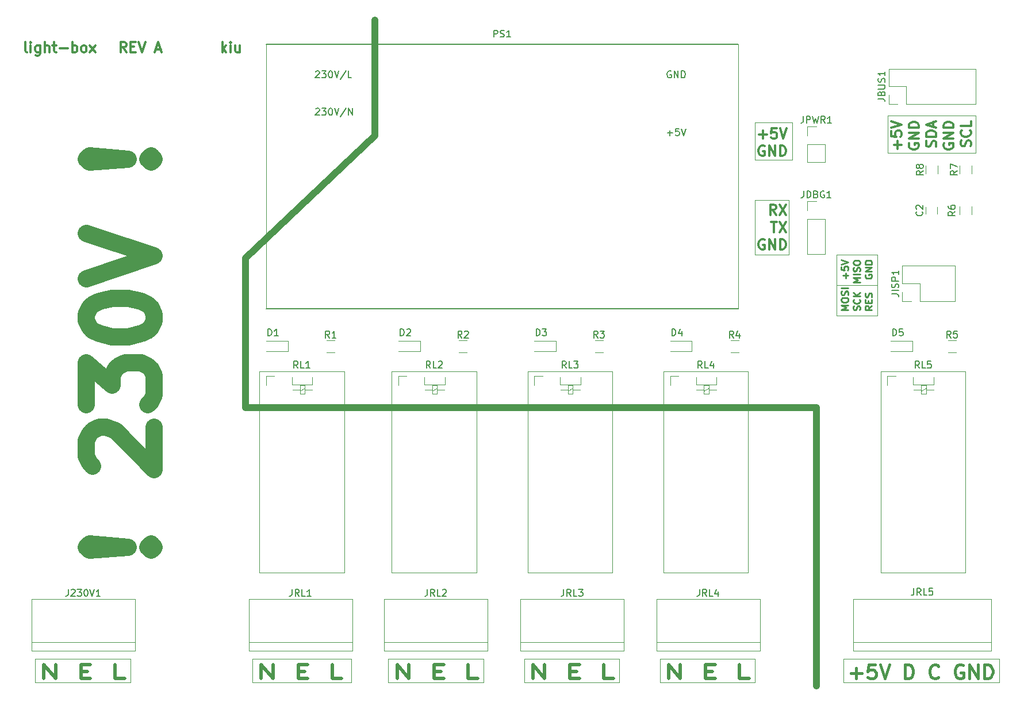
<source format=gbr>
G04 #@! TF.GenerationSoftware,KiCad,Pcbnew,(5.1.8)-1*
G04 #@! TF.CreationDate,2020-11-20T19:23:25+01:00*
G04 #@! TF.ProjectId,light-box,6c696768-742d-4626-9f78-2e6b69636164,rev?*
G04 #@! TF.SameCoordinates,Original*
G04 #@! TF.FileFunction,Legend,Top*
G04 #@! TF.FilePolarity,Positive*
%FSLAX46Y46*%
G04 Gerber Fmt 4.6, Leading zero omitted, Abs format (unit mm)*
G04 Created by KiCad (PCBNEW (5.1.8)-1) date 2020-11-20 19:23:25*
%MOMM*%
%LPD*%
G01*
G04 APERTURE LIST*
%ADD10C,0.120000*%
%ADD11C,0.300000*%
%ADD12C,0.250000*%
%ADD13C,1.000000*%
%ADD14C,0.400000*%
%ADD15C,0.500000*%
%ADD16C,2.500000*%
%ADD17C,0.150000*%
G04 APERTURE END LIST*
D10*
X90000000Y-135000000D02*
X76000000Y-135000000D01*
X90000000Y-138500000D02*
X90000000Y-135000000D01*
X76000000Y-138500000D02*
X90000000Y-138500000D01*
X76000000Y-135000000D02*
X76000000Y-138500000D01*
X122500000Y-135000000D02*
X108000000Y-135000000D01*
X122500000Y-138500000D02*
X122500000Y-135000000D01*
X108000000Y-138500000D02*
X122500000Y-138500000D01*
X108000000Y-135000000D02*
X108000000Y-138500000D01*
X142000000Y-135000000D02*
X128000000Y-135000000D01*
X142000000Y-138500000D02*
X142000000Y-135000000D01*
X128000000Y-138500000D02*
X142000000Y-138500000D01*
X128000000Y-135000000D02*
X128000000Y-138500000D01*
X182000000Y-138500000D02*
X168000000Y-138500000D01*
X182000000Y-135000000D02*
X182000000Y-138500000D01*
X168000000Y-135000000D02*
X182000000Y-135000000D01*
X168000000Y-138500000D02*
X168000000Y-135000000D01*
X218000000Y-135000000D02*
X195000000Y-135000000D01*
X218000000Y-138500000D02*
X218000000Y-135000000D01*
X195000000Y-138500000D02*
X218000000Y-138500000D01*
X195000000Y-135000000D02*
X195000000Y-138500000D01*
X162000000Y-138500000D02*
X148000000Y-138500000D01*
X162000000Y-135000000D02*
X162000000Y-138500000D01*
X148000000Y-135000000D02*
X162000000Y-135000000D01*
X148000000Y-138500000D02*
X148000000Y-135000000D01*
X194000000Y-80000000D02*
X200000000Y-80000000D01*
X194000000Y-84500000D02*
X194000000Y-75500000D01*
X200000000Y-84500000D02*
X194000000Y-84500000D01*
X200000000Y-75500000D02*
X200000000Y-84500000D01*
X194000000Y-75500000D02*
X200000000Y-75500000D01*
X201500000Y-55000000D02*
X201500000Y-60500000D01*
X214500000Y-55000000D02*
X201500000Y-55000000D01*
X214500000Y-60500000D02*
X214500000Y-55000000D01*
X201500000Y-60500000D02*
X214500000Y-60500000D01*
X182000000Y-61500000D02*
X182000000Y-56000000D01*
X187500000Y-61500000D02*
X182000000Y-61500000D01*
X187500000Y-56000000D02*
X187500000Y-61500000D01*
X182000000Y-56000000D02*
X187500000Y-56000000D01*
X182000000Y-75500000D02*
X182000000Y-67500000D01*
X187000000Y-75500000D02*
X182000000Y-75500000D01*
X187000000Y-67500000D02*
X187000000Y-75500000D01*
X182000000Y-67500000D02*
X187000000Y-67500000D01*
D11*
X103552142Y-45678571D02*
X103552142Y-44178571D01*
X103695000Y-45107142D02*
X104123571Y-45678571D01*
X104123571Y-44678571D02*
X103552142Y-45250000D01*
X104766428Y-45678571D02*
X104766428Y-44678571D01*
X104766428Y-44178571D02*
X104695000Y-44250000D01*
X104766428Y-44321428D01*
X104837857Y-44250000D01*
X104766428Y-44178571D01*
X104766428Y-44321428D01*
X106123571Y-44678571D02*
X106123571Y-45678571D01*
X105480714Y-44678571D02*
X105480714Y-45464285D01*
X105552142Y-45607142D01*
X105695000Y-45678571D01*
X105909285Y-45678571D01*
X106052142Y-45607142D01*
X106123571Y-45535714D01*
X89409285Y-45678571D02*
X88909285Y-44964285D01*
X88552142Y-45678571D02*
X88552142Y-44178571D01*
X89123571Y-44178571D01*
X89266428Y-44250000D01*
X89337857Y-44321428D01*
X89409285Y-44464285D01*
X89409285Y-44678571D01*
X89337857Y-44821428D01*
X89266428Y-44892857D01*
X89123571Y-44964285D01*
X88552142Y-44964285D01*
X90052142Y-44892857D02*
X90552142Y-44892857D01*
X90766428Y-45678571D02*
X90052142Y-45678571D01*
X90052142Y-44178571D01*
X90766428Y-44178571D01*
X91195000Y-44178571D02*
X91695000Y-45678571D01*
X92195000Y-44178571D01*
X93766428Y-45250000D02*
X94480714Y-45250000D01*
X93623571Y-45678571D02*
X94123571Y-44178571D01*
X94623571Y-45678571D01*
X74766428Y-45678571D02*
X74623571Y-45607142D01*
X74552142Y-45464285D01*
X74552142Y-44178571D01*
X75337857Y-45678571D02*
X75337857Y-44678571D01*
X75337857Y-44178571D02*
X75266428Y-44250000D01*
X75337857Y-44321428D01*
X75409285Y-44250000D01*
X75337857Y-44178571D01*
X75337857Y-44321428D01*
X76695000Y-44678571D02*
X76695000Y-45892857D01*
X76623571Y-46035714D01*
X76552142Y-46107142D01*
X76409285Y-46178571D01*
X76195000Y-46178571D01*
X76052142Y-46107142D01*
X76695000Y-45607142D02*
X76552142Y-45678571D01*
X76266428Y-45678571D01*
X76123571Y-45607142D01*
X76052142Y-45535714D01*
X75980714Y-45392857D01*
X75980714Y-44964285D01*
X76052142Y-44821428D01*
X76123571Y-44750000D01*
X76266428Y-44678571D01*
X76552142Y-44678571D01*
X76695000Y-44750000D01*
X77409285Y-45678571D02*
X77409285Y-44178571D01*
X78052142Y-45678571D02*
X78052142Y-44892857D01*
X77980714Y-44750000D01*
X77837857Y-44678571D01*
X77623571Y-44678571D01*
X77480714Y-44750000D01*
X77409285Y-44821428D01*
X78552142Y-44678571D02*
X79123571Y-44678571D01*
X78766428Y-44178571D02*
X78766428Y-45464285D01*
X78837857Y-45607142D01*
X78980714Y-45678571D01*
X79123571Y-45678571D01*
X79623571Y-45107142D02*
X80766428Y-45107142D01*
X81480714Y-45678571D02*
X81480714Y-44178571D01*
X81480714Y-44750000D02*
X81623571Y-44678571D01*
X81909285Y-44678571D01*
X82052142Y-44750000D01*
X82123571Y-44821428D01*
X82195000Y-44964285D01*
X82195000Y-45392857D01*
X82123571Y-45535714D01*
X82052142Y-45607142D01*
X81909285Y-45678571D01*
X81623571Y-45678571D01*
X81480714Y-45607142D01*
X83052142Y-45678571D02*
X82909285Y-45607142D01*
X82837857Y-45535714D01*
X82766428Y-45392857D01*
X82766428Y-44964285D01*
X82837857Y-44821428D01*
X82909285Y-44750000D01*
X83052142Y-44678571D01*
X83266428Y-44678571D01*
X83409285Y-44750000D01*
X83480714Y-44821428D01*
X83552142Y-44964285D01*
X83552142Y-45392857D01*
X83480714Y-45535714D01*
X83409285Y-45607142D01*
X83266428Y-45678571D01*
X83052142Y-45678571D01*
X84052142Y-45678571D02*
X84837857Y-44678571D01*
X84052142Y-44678571D02*
X84837857Y-45678571D01*
D12*
X195702380Y-83599404D02*
X194702380Y-83599404D01*
X195416666Y-83266071D01*
X194702380Y-82932738D01*
X195702380Y-82932738D01*
X194702380Y-82266071D02*
X194702380Y-82075595D01*
X194750000Y-81980357D01*
X194845238Y-81885119D01*
X195035714Y-81837500D01*
X195369047Y-81837500D01*
X195559523Y-81885119D01*
X195654761Y-81980357D01*
X195702380Y-82075595D01*
X195702380Y-82266071D01*
X195654761Y-82361309D01*
X195559523Y-82456547D01*
X195369047Y-82504166D01*
X195035714Y-82504166D01*
X194845238Y-82456547D01*
X194750000Y-82361309D01*
X194702380Y-82266071D01*
X195654761Y-81456547D02*
X195702380Y-81313690D01*
X195702380Y-81075595D01*
X195654761Y-80980357D01*
X195607142Y-80932738D01*
X195511904Y-80885119D01*
X195416666Y-80885119D01*
X195321428Y-80932738D01*
X195273809Y-80980357D01*
X195226190Y-81075595D01*
X195178571Y-81266071D01*
X195130952Y-81361309D01*
X195083333Y-81408928D01*
X194988095Y-81456547D01*
X194892857Y-81456547D01*
X194797619Y-81408928D01*
X194750000Y-81361309D01*
X194702380Y-81266071D01*
X194702380Y-81027976D01*
X194750000Y-80885119D01*
X195702380Y-80456547D02*
X194702380Y-80456547D01*
X197404761Y-83647023D02*
X197452380Y-83504166D01*
X197452380Y-83266071D01*
X197404761Y-83170833D01*
X197357142Y-83123214D01*
X197261904Y-83075595D01*
X197166666Y-83075595D01*
X197071428Y-83123214D01*
X197023809Y-83170833D01*
X196976190Y-83266071D01*
X196928571Y-83456547D01*
X196880952Y-83551785D01*
X196833333Y-83599404D01*
X196738095Y-83647023D01*
X196642857Y-83647023D01*
X196547619Y-83599404D01*
X196500000Y-83551785D01*
X196452380Y-83456547D01*
X196452380Y-83218452D01*
X196500000Y-83075595D01*
X197357142Y-82075595D02*
X197404761Y-82123214D01*
X197452380Y-82266071D01*
X197452380Y-82361309D01*
X197404761Y-82504166D01*
X197309523Y-82599404D01*
X197214285Y-82647023D01*
X197023809Y-82694642D01*
X196880952Y-82694642D01*
X196690476Y-82647023D01*
X196595238Y-82599404D01*
X196500000Y-82504166D01*
X196452380Y-82361309D01*
X196452380Y-82266071D01*
X196500000Y-82123214D01*
X196547619Y-82075595D01*
X197452380Y-81647023D02*
X196452380Y-81647023D01*
X197452380Y-81075595D02*
X196880952Y-81504166D01*
X196452380Y-81075595D02*
X197023809Y-81647023D01*
X199202380Y-83027976D02*
X198726190Y-83361309D01*
X199202380Y-83599404D02*
X198202380Y-83599404D01*
X198202380Y-83218452D01*
X198250000Y-83123214D01*
X198297619Y-83075595D01*
X198392857Y-83027976D01*
X198535714Y-83027976D01*
X198630952Y-83075595D01*
X198678571Y-83123214D01*
X198726190Y-83218452D01*
X198726190Y-83599404D01*
X198678571Y-82599404D02*
X198678571Y-82266071D01*
X199202380Y-82123214D02*
X199202380Y-82599404D01*
X198202380Y-82599404D01*
X198202380Y-82123214D01*
X199154761Y-81742261D02*
X199202380Y-81599404D01*
X199202380Y-81361309D01*
X199154761Y-81266071D01*
X199107142Y-81218452D01*
X199011904Y-81170833D01*
X198916666Y-81170833D01*
X198821428Y-81218452D01*
X198773809Y-81266071D01*
X198726190Y-81361309D01*
X198678571Y-81551785D01*
X198630952Y-81647023D01*
X198583333Y-81694642D01*
X198488095Y-81742261D01*
X198392857Y-81742261D01*
X198297619Y-81694642D01*
X198250000Y-81647023D01*
X198202380Y-81551785D01*
X198202380Y-81313690D01*
X198250000Y-81170833D01*
X195321428Y-78972023D02*
X195321428Y-78210119D01*
X195702380Y-78591071D02*
X194940476Y-78591071D01*
X194702380Y-77257738D02*
X194702380Y-77733928D01*
X195178571Y-77781547D01*
X195130952Y-77733928D01*
X195083333Y-77638690D01*
X195083333Y-77400595D01*
X195130952Y-77305357D01*
X195178571Y-77257738D01*
X195273809Y-77210119D01*
X195511904Y-77210119D01*
X195607142Y-77257738D01*
X195654761Y-77305357D01*
X195702380Y-77400595D01*
X195702380Y-77638690D01*
X195654761Y-77733928D01*
X195607142Y-77781547D01*
X194702380Y-76924404D02*
X195702380Y-76591071D01*
X194702380Y-76257738D01*
X197452380Y-79543452D02*
X196452380Y-79543452D01*
X197166666Y-79210119D01*
X196452380Y-78876785D01*
X197452380Y-78876785D01*
X197452380Y-78400595D02*
X196452380Y-78400595D01*
X197404761Y-77972023D02*
X197452380Y-77829166D01*
X197452380Y-77591071D01*
X197404761Y-77495833D01*
X197357142Y-77448214D01*
X197261904Y-77400595D01*
X197166666Y-77400595D01*
X197071428Y-77448214D01*
X197023809Y-77495833D01*
X196976190Y-77591071D01*
X196928571Y-77781547D01*
X196880952Y-77876785D01*
X196833333Y-77924404D01*
X196738095Y-77972023D01*
X196642857Y-77972023D01*
X196547619Y-77924404D01*
X196500000Y-77876785D01*
X196452380Y-77781547D01*
X196452380Y-77543452D01*
X196500000Y-77400595D01*
X196452380Y-76781547D02*
X196452380Y-76591071D01*
X196500000Y-76495833D01*
X196595238Y-76400595D01*
X196785714Y-76352976D01*
X197119047Y-76352976D01*
X197309523Y-76400595D01*
X197404761Y-76495833D01*
X197452380Y-76591071D01*
X197452380Y-76781547D01*
X197404761Y-76876785D01*
X197309523Y-76972023D01*
X197119047Y-77019642D01*
X196785714Y-77019642D01*
X196595238Y-76972023D01*
X196500000Y-76876785D01*
X196452380Y-76781547D01*
X198250000Y-78448214D02*
X198202380Y-78543452D01*
X198202380Y-78686309D01*
X198250000Y-78829166D01*
X198345238Y-78924404D01*
X198440476Y-78972023D01*
X198630952Y-79019642D01*
X198773809Y-79019642D01*
X198964285Y-78972023D01*
X199059523Y-78924404D01*
X199154761Y-78829166D01*
X199202380Y-78686309D01*
X199202380Y-78591071D01*
X199154761Y-78448214D01*
X199107142Y-78400595D01*
X198773809Y-78400595D01*
X198773809Y-78591071D01*
X199202380Y-77972023D02*
X198202380Y-77972023D01*
X199202380Y-77400595D01*
X198202380Y-77400595D01*
X199202380Y-76924404D02*
X198202380Y-76924404D01*
X198202380Y-76686309D01*
X198250000Y-76543452D01*
X198345238Y-76448214D01*
X198440476Y-76400595D01*
X198630952Y-76352976D01*
X198773809Y-76352976D01*
X198964285Y-76400595D01*
X199059523Y-76448214D01*
X199154761Y-76543452D01*
X199202380Y-76686309D01*
X199202380Y-76924404D01*
D11*
X203007142Y-59909285D02*
X203007142Y-58766428D01*
X203578571Y-59337857D02*
X202435714Y-59337857D01*
X202078571Y-57337857D02*
X202078571Y-58052142D01*
X202792857Y-58123571D01*
X202721428Y-58052142D01*
X202650000Y-57909285D01*
X202650000Y-57552142D01*
X202721428Y-57409285D01*
X202792857Y-57337857D01*
X202935714Y-57266428D01*
X203292857Y-57266428D01*
X203435714Y-57337857D01*
X203507142Y-57409285D01*
X203578571Y-57552142D01*
X203578571Y-57909285D01*
X203507142Y-58052142D01*
X203435714Y-58123571D01*
X202078571Y-56837857D02*
X203578571Y-56337857D01*
X202078571Y-55837857D01*
X204700000Y-59123571D02*
X204628571Y-59266428D01*
X204628571Y-59480714D01*
X204700000Y-59695000D01*
X204842857Y-59837857D01*
X204985714Y-59909285D01*
X205271428Y-59980714D01*
X205485714Y-59980714D01*
X205771428Y-59909285D01*
X205914285Y-59837857D01*
X206057142Y-59695000D01*
X206128571Y-59480714D01*
X206128571Y-59337857D01*
X206057142Y-59123571D01*
X205985714Y-59052142D01*
X205485714Y-59052142D01*
X205485714Y-59337857D01*
X206128571Y-58409285D02*
X204628571Y-58409285D01*
X206128571Y-57552142D01*
X204628571Y-57552142D01*
X206128571Y-56837857D02*
X204628571Y-56837857D01*
X204628571Y-56480714D01*
X204700000Y-56266428D01*
X204842857Y-56123571D01*
X204985714Y-56052142D01*
X205271428Y-55980714D01*
X205485714Y-55980714D01*
X205771428Y-56052142D01*
X205914285Y-56123571D01*
X206057142Y-56266428D01*
X206128571Y-56480714D01*
X206128571Y-56837857D01*
X208607142Y-59623571D02*
X208678571Y-59409285D01*
X208678571Y-59052142D01*
X208607142Y-58909285D01*
X208535714Y-58837857D01*
X208392857Y-58766428D01*
X208250000Y-58766428D01*
X208107142Y-58837857D01*
X208035714Y-58909285D01*
X207964285Y-59052142D01*
X207892857Y-59337857D01*
X207821428Y-59480714D01*
X207750000Y-59552142D01*
X207607142Y-59623571D01*
X207464285Y-59623571D01*
X207321428Y-59552142D01*
X207250000Y-59480714D01*
X207178571Y-59337857D01*
X207178571Y-58980714D01*
X207250000Y-58766428D01*
X208678571Y-58123571D02*
X207178571Y-58123571D01*
X207178571Y-57766428D01*
X207250000Y-57552142D01*
X207392857Y-57409285D01*
X207535714Y-57337857D01*
X207821428Y-57266428D01*
X208035714Y-57266428D01*
X208321428Y-57337857D01*
X208464285Y-57409285D01*
X208607142Y-57552142D01*
X208678571Y-57766428D01*
X208678571Y-58123571D01*
X208250000Y-56695000D02*
X208250000Y-55980714D01*
X208678571Y-56837857D02*
X207178571Y-56337857D01*
X208678571Y-55837857D01*
X209800000Y-59123571D02*
X209728571Y-59266428D01*
X209728571Y-59480714D01*
X209800000Y-59695000D01*
X209942857Y-59837857D01*
X210085714Y-59909285D01*
X210371428Y-59980714D01*
X210585714Y-59980714D01*
X210871428Y-59909285D01*
X211014285Y-59837857D01*
X211157142Y-59695000D01*
X211228571Y-59480714D01*
X211228571Y-59337857D01*
X211157142Y-59123571D01*
X211085714Y-59052142D01*
X210585714Y-59052142D01*
X210585714Y-59337857D01*
X211228571Y-58409285D02*
X209728571Y-58409285D01*
X211228571Y-57552142D01*
X209728571Y-57552142D01*
X211228571Y-56837857D02*
X209728571Y-56837857D01*
X209728571Y-56480714D01*
X209800000Y-56266428D01*
X209942857Y-56123571D01*
X210085714Y-56052142D01*
X210371428Y-55980714D01*
X210585714Y-55980714D01*
X210871428Y-56052142D01*
X211014285Y-56123571D01*
X211157142Y-56266428D01*
X211228571Y-56480714D01*
X211228571Y-56837857D01*
X213707142Y-59552142D02*
X213778571Y-59337857D01*
X213778571Y-58980714D01*
X213707142Y-58837857D01*
X213635714Y-58766428D01*
X213492857Y-58695000D01*
X213350000Y-58695000D01*
X213207142Y-58766428D01*
X213135714Y-58837857D01*
X213064285Y-58980714D01*
X212992857Y-59266428D01*
X212921428Y-59409285D01*
X212850000Y-59480714D01*
X212707142Y-59552142D01*
X212564285Y-59552142D01*
X212421428Y-59480714D01*
X212350000Y-59409285D01*
X212278571Y-59266428D01*
X212278571Y-58909285D01*
X212350000Y-58695000D01*
X213635714Y-57195000D02*
X213707142Y-57266428D01*
X213778571Y-57480714D01*
X213778571Y-57623571D01*
X213707142Y-57837857D01*
X213564285Y-57980714D01*
X213421428Y-58052142D01*
X213135714Y-58123571D01*
X212921428Y-58123571D01*
X212635714Y-58052142D01*
X212492857Y-57980714D01*
X212350000Y-57837857D01*
X212278571Y-57623571D01*
X212278571Y-57480714D01*
X212350000Y-57266428D01*
X212421428Y-57195000D01*
X213778571Y-55837857D02*
X213778571Y-56552142D01*
X212278571Y-56552142D01*
X185090714Y-69628571D02*
X184590714Y-68914285D01*
X184233571Y-69628571D02*
X184233571Y-68128571D01*
X184805000Y-68128571D01*
X184947857Y-68200000D01*
X185019285Y-68271428D01*
X185090714Y-68414285D01*
X185090714Y-68628571D01*
X185019285Y-68771428D01*
X184947857Y-68842857D01*
X184805000Y-68914285D01*
X184233571Y-68914285D01*
X185590714Y-68128571D02*
X186590714Y-69628571D01*
X186590714Y-68128571D02*
X185590714Y-69628571D01*
X184376428Y-70678571D02*
X185233571Y-70678571D01*
X184805000Y-72178571D02*
X184805000Y-70678571D01*
X185590714Y-70678571D02*
X186590714Y-72178571D01*
X186590714Y-70678571D02*
X185590714Y-72178571D01*
X183376428Y-73300000D02*
X183233571Y-73228571D01*
X183019285Y-73228571D01*
X182805000Y-73300000D01*
X182662142Y-73442857D01*
X182590714Y-73585714D01*
X182519285Y-73871428D01*
X182519285Y-74085714D01*
X182590714Y-74371428D01*
X182662142Y-74514285D01*
X182805000Y-74657142D01*
X183019285Y-74728571D01*
X183162142Y-74728571D01*
X183376428Y-74657142D01*
X183447857Y-74585714D01*
X183447857Y-74085714D01*
X183162142Y-74085714D01*
X184090714Y-74728571D02*
X184090714Y-73228571D01*
X184947857Y-74728571D01*
X184947857Y-73228571D01*
X185662142Y-74728571D02*
X185662142Y-73228571D01*
X186019285Y-73228571D01*
X186233571Y-73300000D01*
X186376428Y-73442857D01*
X186447857Y-73585714D01*
X186519285Y-73871428D01*
X186519285Y-74085714D01*
X186447857Y-74371428D01*
X186376428Y-74514285D01*
X186233571Y-74657142D01*
X186019285Y-74728571D01*
X185662142Y-74728571D01*
X182590714Y-57832142D02*
X183733571Y-57832142D01*
X183162142Y-58403571D02*
X183162142Y-57260714D01*
X185162142Y-56903571D02*
X184447857Y-56903571D01*
X184376428Y-57617857D01*
X184447857Y-57546428D01*
X184590714Y-57475000D01*
X184947857Y-57475000D01*
X185090714Y-57546428D01*
X185162142Y-57617857D01*
X185233571Y-57760714D01*
X185233571Y-58117857D01*
X185162142Y-58260714D01*
X185090714Y-58332142D01*
X184947857Y-58403571D01*
X184590714Y-58403571D01*
X184447857Y-58332142D01*
X184376428Y-58260714D01*
X185662142Y-56903571D02*
X186162142Y-58403571D01*
X186662142Y-56903571D01*
X183376428Y-59525000D02*
X183233571Y-59453571D01*
X183019285Y-59453571D01*
X182805000Y-59525000D01*
X182662142Y-59667857D01*
X182590714Y-59810714D01*
X182519285Y-60096428D01*
X182519285Y-60310714D01*
X182590714Y-60596428D01*
X182662142Y-60739285D01*
X182805000Y-60882142D01*
X183019285Y-60953571D01*
X183162142Y-60953571D01*
X183376428Y-60882142D01*
X183447857Y-60810714D01*
X183447857Y-60310714D01*
X183162142Y-60310714D01*
X184090714Y-60953571D02*
X184090714Y-59453571D01*
X184947857Y-60953571D01*
X184947857Y-59453571D01*
X185662142Y-60953571D02*
X185662142Y-59453571D01*
X186019285Y-59453571D01*
X186233571Y-59525000D01*
X186376428Y-59667857D01*
X186447857Y-59810714D01*
X186519285Y-60096428D01*
X186519285Y-60310714D01*
X186447857Y-60596428D01*
X186376428Y-60739285D01*
X186233571Y-60882142D01*
X186019285Y-60953571D01*
X185662142Y-60953571D01*
D13*
X107000000Y-76000000D02*
X126000000Y-58000000D01*
D14*
X196100000Y-137142857D02*
X197700000Y-137142857D01*
X196900000Y-137904761D02*
X196900000Y-136380952D01*
X199700000Y-135904761D02*
X198700000Y-135904761D01*
X198600000Y-136857142D01*
X198700000Y-136761904D01*
X198900000Y-136666666D01*
X199400000Y-136666666D01*
X199600000Y-136761904D01*
X199700000Y-136857142D01*
X199800000Y-137047619D01*
X199800000Y-137523809D01*
X199700000Y-137714285D01*
X199600000Y-137809523D01*
X199400000Y-137904761D01*
X198900000Y-137904761D01*
X198700000Y-137809523D01*
X198600000Y-137714285D01*
X200400000Y-135904761D02*
X201100000Y-137904761D01*
X201800000Y-135904761D01*
X204100000Y-137904761D02*
X204100000Y-135904761D01*
X204600000Y-135904761D01*
X204900000Y-136000000D01*
X205100000Y-136190476D01*
X205200000Y-136380952D01*
X205300000Y-136761904D01*
X205300000Y-137047619D01*
X205200000Y-137428571D01*
X205100000Y-137619047D01*
X204900000Y-137809523D01*
X204600000Y-137904761D01*
X204100000Y-137904761D01*
X209000000Y-137714285D02*
X208900000Y-137809523D01*
X208600000Y-137904761D01*
X208400000Y-137904761D01*
X208100000Y-137809523D01*
X207900000Y-137619047D01*
X207800000Y-137428571D01*
X207700000Y-137047619D01*
X207700000Y-136761904D01*
X207800000Y-136380952D01*
X207900000Y-136190476D01*
X208100000Y-136000000D01*
X208400000Y-135904761D01*
X208600000Y-135904761D01*
X208900000Y-136000000D01*
X209000000Y-136095238D01*
X212600000Y-136000000D02*
X212400000Y-135904761D01*
X212100000Y-135904761D01*
X211800000Y-136000000D01*
X211600000Y-136190476D01*
X211500000Y-136380952D01*
X211400000Y-136761904D01*
X211400000Y-137047619D01*
X211500000Y-137428571D01*
X211600000Y-137619047D01*
X211800000Y-137809523D01*
X212100000Y-137904761D01*
X212300000Y-137904761D01*
X212600000Y-137809523D01*
X212700000Y-137714285D01*
X212700000Y-137047619D01*
X212300000Y-137047619D01*
X213600000Y-137904761D02*
X213600000Y-135904761D01*
X214800000Y-137904761D01*
X214800000Y-135904761D01*
X215800000Y-137904761D02*
X215800000Y-135904761D01*
X216300000Y-135904761D01*
X216600000Y-136000000D01*
X216800000Y-136190476D01*
X216900000Y-136380952D01*
X217000000Y-136761904D01*
X217000000Y-137047619D01*
X216900000Y-137428571D01*
X216800000Y-137619047D01*
X216600000Y-137809523D01*
X216300000Y-137904761D01*
X215800000Y-137904761D01*
D13*
X191000000Y-98000000D02*
X191000000Y-139000000D01*
X126000000Y-58000000D02*
X126000000Y-41000000D01*
X107000000Y-98000000D02*
X107000000Y-76000000D01*
X191000000Y-98000000D02*
X107000000Y-98000000D01*
D15*
X169285714Y-137904761D02*
X169285714Y-135904761D01*
X171000000Y-137904761D01*
X171000000Y-135904761D01*
X174714285Y-136857142D02*
X175714285Y-136857142D01*
X176142857Y-137904761D02*
X174714285Y-137904761D01*
X174714285Y-135904761D01*
X176142857Y-135904761D01*
X181142857Y-137904761D02*
X179714285Y-137904761D01*
X179714285Y-135904761D01*
X149285714Y-137904761D02*
X149285714Y-135904761D01*
X151000000Y-137904761D01*
X151000000Y-135904761D01*
X154714285Y-136857142D02*
X155714285Y-136857142D01*
X156142857Y-137904761D02*
X154714285Y-137904761D01*
X154714285Y-135904761D01*
X156142857Y-135904761D01*
X161142857Y-137904761D02*
X159714285Y-137904761D01*
X159714285Y-135904761D01*
X129285714Y-137904761D02*
X129285714Y-135904761D01*
X131000000Y-137904761D01*
X131000000Y-135904761D01*
X134714285Y-136857142D02*
X135714285Y-136857142D01*
X136142857Y-137904761D02*
X134714285Y-137904761D01*
X134714285Y-135904761D01*
X136142857Y-135904761D01*
X141142857Y-137904761D02*
X139714285Y-137904761D01*
X139714285Y-135904761D01*
X109285714Y-137904761D02*
X109285714Y-135904761D01*
X111000000Y-137904761D01*
X111000000Y-135904761D01*
X114714285Y-136857142D02*
X115714285Y-136857142D01*
X116142857Y-137904761D02*
X114714285Y-137904761D01*
X114714285Y-135904761D01*
X116142857Y-135904761D01*
X121142857Y-137904761D02*
X119714285Y-137904761D01*
X119714285Y-135904761D01*
X77285714Y-137904761D02*
X77285714Y-135904761D01*
X79000000Y-137904761D01*
X79000000Y-135904761D01*
X82714285Y-136857142D02*
X83714285Y-136857142D01*
X84142857Y-137904761D02*
X82714285Y-137904761D01*
X82714285Y-135904761D01*
X84142857Y-135904761D01*
X89142857Y-137904761D02*
X87714285Y-137904761D01*
X87714285Y-135904761D01*
D16*
X92571428Y-118571428D02*
X93047619Y-118095238D01*
X93523809Y-118571428D01*
X93047619Y-119047619D01*
X92571428Y-118571428D01*
X93523809Y-118571428D01*
X89714285Y-118571428D02*
X84000000Y-119047619D01*
X83523809Y-118571428D01*
X84000000Y-118095238D01*
X89714285Y-118571428D01*
X83523809Y-118571428D01*
X84476190Y-106666666D02*
X84000000Y-106190476D01*
X83523809Y-105238095D01*
X83523809Y-102857142D01*
X84000000Y-101904761D01*
X84476190Y-101428571D01*
X85428571Y-100952380D01*
X86380952Y-100952380D01*
X87809523Y-101428571D01*
X93523809Y-107142857D01*
X93523809Y-100952380D01*
X83523809Y-97619047D02*
X83523809Y-91428571D01*
X87333333Y-94761904D01*
X87333333Y-93333333D01*
X87809523Y-92380952D01*
X88285714Y-91904761D01*
X89238095Y-91428571D01*
X91619047Y-91428571D01*
X92571428Y-91904761D01*
X93047619Y-92380952D01*
X93523809Y-93333333D01*
X93523809Y-96190476D01*
X93047619Y-97142857D01*
X92571428Y-97619047D01*
X83523809Y-85238095D02*
X83523809Y-84285714D01*
X84000000Y-83333333D01*
X84476190Y-82857142D01*
X85428571Y-82380952D01*
X87333333Y-81904761D01*
X89714285Y-81904761D01*
X91619047Y-82380952D01*
X92571428Y-82857142D01*
X93047619Y-83333333D01*
X93523809Y-84285714D01*
X93523809Y-85238095D01*
X93047619Y-86190476D01*
X92571428Y-86666666D01*
X91619047Y-87142857D01*
X89714285Y-87619047D01*
X87333333Y-87619047D01*
X85428571Y-87142857D01*
X84476190Y-86666666D01*
X84000000Y-86190476D01*
X83523809Y-85238095D01*
X83523809Y-79047619D02*
X93523809Y-75714285D01*
X83523809Y-72380952D01*
X92571428Y-61428571D02*
X93047619Y-60952380D01*
X93523809Y-61428571D01*
X93047619Y-61904761D01*
X92571428Y-61428571D01*
X93523809Y-61428571D01*
X89714285Y-61428571D02*
X84000000Y-61904761D01*
X83523809Y-61428571D01*
X84000000Y-60952380D01*
X89714285Y-61428571D01*
X83523809Y-61428571D01*
D10*
G04 #@! TO.C,C2*
X208850000Y-69500000D02*
X208850000Y-68500000D01*
X207150000Y-68500000D02*
X207150000Y-69500000D01*
G04 #@! TO.C,D1*
X110000000Y-88250000D02*
X113200000Y-88250000D01*
X113200000Y-89750000D02*
X110000000Y-89750000D01*
X113200000Y-89750000D02*
X113200000Y-88250000D01*
G04 #@! TO.C,D2*
X132700000Y-89750000D02*
X132700000Y-88250000D01*
X132700000Y-89750000D02*
X129500000Y-89750000D01*
X129500000Y-88250000D02*
X132700000Y-88250000D01*
G04 #@! TO.C,D3*
X152700000Y-89750000D02*
X152700000Y-88250000D01*
X152700000Y-89750000D02*
X149500000Y-89750000D01*
X149500000Y-88250000D02*
X152700000Y-88250000D01*
G04 #@! TO.C,D4*
X169500000Y-88250000D02*
X172700000Y-88250000D01*
X172700000Y-89750000D02*
X169500000Y-89750000D01*
X172700000Y-89750000D02*
X172700000Y-88250000D01*
G04 #@! TO.C,D5*
X202000000Y-88250000D02*
X205200000Y-88250000D01*
X205200000Y-89750000D02*
X202000000Y-89750000D01*
X205200000Y-89750000D02*
X205200000Y-88250000D01*
G04 #@! TO.C,J230V1*
X75460000Y-133810000D02*
X90700000Y-133810000D01*
X75460000Y-126190000D02*
X90700000Y-126190000D01*
X75460000Y-132540000D02*
X90700000Y-132540000D01*
X90700000Y-133810000D02*
X90700000Y-126190000D01*
X75460000Y-133810000D02*
X75460000Y-126190000D01*
G04 #@! TO.C,JBUS1*
X214490000Y-53330000D02*
X214490000Y-48130000D01*
X204270000Y-53330000D02*
X214490000Y-53330000D01*
X201670000Y-48130000D02*
X214490000Y-48130000D01*
X204270000Y-53330000D02*
X204270000Y-50730000D01*
X204270000Y-50730000D02*
X201670000Y-50730000D01*
X201670000Y-50730000D02*
X201670000Y-48130000D01*
X203000000Y-53330000D02*
X201670000Y-53330000D01*
X201670000Y-53330000D02*
X201670000Y-52000000D01*
G04 #@! TO.C,JDBG1*
X189670000Y-75410000D02*
X192330000Y-75410000D01*
X189670000Y-70270000D02*
X189670000Y-75410000D01*
X192330000Y-70270000D02*
X192330000Y-75410000D01*
X189670000Y-70270000D02*
X192330000Y-70270000D01*
X189670000Y-69000000D02*
X189670000Y-67670000D01*
X189670000Y-67670000D02*
X191000000Y-67670000D01*
G04 #@! TO.C,JISP1*
X211410000Y-82330000D02*
X211410000Y-77130000D01*
X206270000Y-82330000D02*
X211410000Y-82330000D01*
X203670000Y-77130000D02*
X211410000Y-77130000D01*
X206270000Y-82330000D02*
X206270000Y-79730000D01*
X206270000Y-79730000D02*
X203670000Y-79730000D01*
X203670000Y-79730000D02*
X203670000Y-77130000D01*
X205000000Y-82330000D02*
X203670000Y-82330000D01*
X203670000Y-82330000D02*
X203670000Y-81000000D01*
G04 #@! TO.C,JPWR1*
X189670000Y-61870000D02*
X192330000Y-61870000D01*
X189670000Y-59270000D02*
X189670000Y-61870000D01*
X192330000Y-59270000D02*
X192330000Y-61870000D01*
X189670000Y-59270000D02*
X192330000Y-59270000D01*
X189670000Y-58000000D02*
X189670000Y-56670000D01*
X189670000Y-56670000D02*
X191000000Y-56670000D01*
G04 #@! TO.C,JRL1*
X107460000Y-133810000D02*
X122700000Y-133810000D01*
X107460000Y-126190000D02*
X122700000Y-126190000D01*
X107460000Y-132540000D02*
X122700000Y-132540000D01*
X122700000Y-133810000D02*
X122700000Y-126190000D01*
X107460000Y-133810000D02*
X107460000Y-126190000D01*
G04 #@! TO.C,JRL2*
X127380000Y-133810000D02*
X127380000Y-126190000D01*
X142620000Y-133810000D02*
X142620000Y-126190000D01*
X127380000Y-132540000D02*
X142620000Y-132540000D01*
X127380000Y-126190000D02*
X142620000Y-126190000D01*
X127380000Y-133810000D02*
X142620000Y-133810000D01*
G04 #@! TO.C,JRL3*
X147460000Y-133810000D02*
X147460000Y-126190000D01*
X162700000Y-133810000D02*
X162700000Y-126190000D01*
X147460000Y-132540000D02*
X162700000Y-132540000D01*
X147460000Y-126190000D02*
X162700000Y-126190000D01*
X147460000Y-133810000D02*
X162700000Y-133810000D01*
G04 #@! TO.C,JRL4*
X167460000Y-133810000D02*
X167460000Y-126190000D01*
X182700000Y-133810000D02*
X182700000Y-126190000D01*
X167460000Y-132540000D02*
X182700000Y-132540000D01*
X167460000Y-126190000D02*
X182700000Y-126190000D01*
X167460000Y-133810000D02*
X182700000Y-133810000D01*
G04 #@! TO.C,JRL5*
X196460000Y-126190000D02*
X196460000Y-133810000D01*
X216780000Y-133810000D02*
X216780000Y-126190000D01*
X216780000Y-132540000D02*
X196460000Y-132540000D01*
X196460000Y-126190000D02*
X216780000Y-126190000D01*
X196460000Y-133810000D02*
X216780000Y-133810000D01*
G04 #@! TO.C,R1*
X118900000Y-88120000D02*
X120100000Y-88120000D01*
X120100000Y-89880000D02*
X118900000Y-89880000D01*
G04 #@! TO.C,R2*
X138400000Y-88120000D02*
X139600000Y-88120000D01*
X139600000Y-89880000D02*
X138400000Y-89880000D01*
G04 #@! TO.C,R3*
X158400000Y-88120000D02*
X159600000Y-88120000D01*
X159600000Y-89880000D02*
X158400000Y-89880000D01*
G04 #@! TO.C,R4*
X178400000Y-88120000D02*
X179600000Y-88120000D01*
X179600000Y-89880000D02*
X178400000Y-89880000D01*
G04 #@! TO.C,R5*
X211600000Y-89880000D02*
X210400000Y-89880000D01*
X210400000Y-88120000D02*
X211600000Y-88120000D01*
G04 #@! TO.C,R6*
X212120000Y-69600000D02*
X212120000Y-68400000D01*
X213880000Y-68400000D02*
X213880000Y-69600000D01*
G04 #@! TO.C,R7*
X213880000Y-62400000D02*
X213880000Y-63600000D01*
X212120000Y-63600000D02*
X212120000Y-62400000D01*
G04 #@! TO.C,R8*
X208880000Y-62400000D02*
X208880000Y-63600000D01*
X207120000Y-63600000D02*
X207120000Y-62400000D01*
G04 #@! TO.C,PS1*
X110000000Y-44500000D02*
X110000000Y-83500000D01*
X179500000Y-44500000D02*
X179500000Y-83500000D01*
D17*
X110000000Y-83500000D02*
X179500000Y-83500000D01*
X110000000Y-44500000D02*
X179500000Y-44500000D01*
D10*
G04 #@! TO.C,RL1*
X115670000Y-94760000D02*
X114970000Y-94760000D01*
X115670000Y-95960000D02*
X115670000Y-94760000D01*
X114970000Y-95960000D02*
X115670000Y-95960000D01*
X114970000Y-94760000D02*
X114970000Y-95960000D01*
X114970000Y-95560000D02*
X115670000Y-95160000D01*
X115670000Y-95390000D02*
X116770000Y-95390000D01*
X114970000Y-95390000D02*
X113870000Y-95390000D01*
X116800000Y-94610000D02*
X116800000Y-93550000D01*
X113800000Y-94610000D02*
X116800000Y-94610000D01*
X113800000Y-93550000D02*
X113800000Y-94590000D01*
X109000000Y-92700000D02*
X121500000Y-92700000D01*
X121500000Y-92700000D02*
X121500000Y-122300000D01*
X109000000Y-122300000D02*
X121500000Y-122300000D01*
X109000000Y-92700000D02*
X109000000Y-122300000D01*
X109990000Y-94700000D02*
X109990000Y-93400000D01*
X109990000Y-93400000D02*
X111200000Y-93400000D01*
G04 #@! TO.C,RL2*
X129490000Y-93400000D02*
X130700000Y-93400000D01*
X129490000Y-94700000D02*
X129490000Y-93400000D01*
X128500000Y-92700000D02*
X128500000Y-122300000D01*
X128500000Y-122300000D02*
X141000000Y-122300000D01*
X141000000Y-92700000D02*
X141000000Y-122300000D01*
X128500000Y-92700000D02*
X141000000Y-92700000D01*
X133300000Y-93550000D02*
X133300000Y-94590000D01*
X133300000Y-94610000D02*
X136300000Y-94610000D01*
X136300000Y-94610000D02*
X136300000Y-93550000D01*
X134470000Y-95390000D02*
X133370000Y-95390000D01*
X135170000Y-95390000D02*
X136270000Y-95390000D01*
X134470000Y-95560000D02*
X135170000Y-95160000D01*
X134470000Y-94760000D02*
X134470000Y-95960000D01*
X134470000Y-95960000D02*
X135170000Y-95960000D01*
X135170000Y-95960000D02*
X135170000Y-94760000D01*
X135170000Y-94760000D02*
X134470000Y-94760000D01*
G04 #@! TO.C,RL3*
X155170000Y-94760000D02*
X154470000Y-94760000D01*
X155170000Y-95960000D02*
X155170000Y-94760000D01*
X154470000Y-95960000D02*
X155170000Y-95960000D01*
X154470000Y-94760000D02*
X154470000Y-95960000D01*
X154470000Y-95560000D02*
X155170000Y-95160000D01*
X155170000Y-95390000D02*
X156270000Y-95390000D01*
X154470000Y-95390000D02*
X153370000Y-95390000D01*
X156300000Y-94610000D02*
X156300000Y-93550000D01*
X153300000Y-94610000D02*
X156300000Y-94610000D01*
X153300000Y-93550000D02*
X153300000Y-94590000D01*
X148500000Y-92700000D02*
X161000000Y-92700000D01*
X161000000Y-92700000D02*
X161000000Y-122300000D01*
X148500000Y-122300000D02*
X161000000Y-122300000D01*
X148500000Y-92700000D02*
X148500000Y-122300000D01*
X149490000Y-94700000D02*
X149490000Y-93400000D01*
X149490000Y-93400000D02*
X150700000Y-93400000D01*
G04 #@! TO.C,RL4*
X169490000Y-93400000D02*
X170700000Y-93400000D01*
X169490000Y-94700000D02*
X169490000Y-93400000D01*
X168500000Y-92700000D02*
X168500000Y-122300000D01*
X168500000Y-122300000D02*
X181000000Y-122300000D01*
X181000000Y-92700000D02*
X181000000Y-122300000D01*
X168500000Y-92700000D02*
X181000000Y-92700000D01*
X173300000Y-93550000D02*
X173300000Y-94590000D01*
X173300000Y-94610000D02*
X176300000Y-94610000D01*
X176300000Y-94610000D02*
X176300000Y-93550000D01*
X174470000Y-95390000D02*
X173370000Y-95390000D01*
X175170000Y-95390000D02*
X176270000Y-95390000D01*
X174470000Y-95560000D02*
X175170000Y-95160000D01*
X174470000Y-94760000D02*
X174470000Y-95960000D01*
X174470000Y-95960000D02*
X175170000Y-95960000D01*
X175170000Y-95960000D02*
X175170000Y-94760000D01*
X175170000Y-94760000D02*
X174470000Y-94760000D01*
G04 #@! TO.C,RL5*
X207170000Y-94760000D02*
X206470000Y-94760000D01*
X207170000Y-95960000D02*
X207170000Y-94760000D01*
X206470000Y-95960000D02*
X207170000Y-95960000D01*
X206470000Y-94760000D02*
X206470000Y-95960000D01*
X206470000Y-95560000D02*
X207170000Y-95160000D01*
X207170000Y-95390000D02*
X208270000Y-95390000D01*
X206470000Y-95390000D02*
X205370000Y-95390000D01*
X208300000Y-94610000D02*
X208300000Y-93550000D01*
X205300000Y-94610000D02*
X208300000Y-94610000D01*
X205300000Y-93550000D02*
X205300000Y-94590000D01*
X200500000Y-92700000D02*
X213000000Y-92700000D01*
X213000000Y-92700000D02*
X213000000Y-122300000D01*
X200500000Y-122300000D02*
X213000000Y-122300000D01*
X200500000Y-92700000D02*
X200500000Y-122300000D01*
X201490000Y-94700000D02*
X201490000Y-93400000D01*
X201490000Y-93400000D02*
X202700000Y-93400000D01*
G04 #@! TO.C,C2*
D17*
X206607142Y-69166666D02*
X206654761Y-69214285D01*
X206702380Y-69357142D01*
X206702380Y-69452380D01*
X206654761Y-69595238D01*
X206559523Y-69690476D01*
X206464285Y-69738095D01*
X206273809Y-69785714D01*
X206130952Y-69785714D01*
X205940476Y-69738095D01*
X205845238Y-69690476D01*
X205750000Y-69595238D01*
X205702380Y-69452380D01*
X205702380Y-69357142D01*
X205750000Y-69214285D01*
X205797619Y-69166666D01*
X205797619Y-68785714D02*
X205750000Y-68738095D01*
X205702380Y-68642857D01*
X205702380Y-68404761D01*
X205750000Y-68309523D01*
X205797619Y-68261904D01*
X205892857Y-68214285D01*
X205988095Y-68214285D01*
X206130952Y-68261904D01*
X206702380Y-68833333D01*
X206702380Y-68214285D01*
G04 #@! TO.C,D1*
X110261904Y-87452380D02*
X110261904Y-86452380D01*
X110500000Y-86452380D01*
X110642857Y-86500000D01*
X110738095Y-86595238D01*
X110785714Y-86690476D01*
X110833333Y-86880952D01*
X110833333Y-87023809D01*
X110785714Y-87214285D01*
X110738095Y-87309523D01*
X110642857Y-87404761D01*
X110500000Y-87452380D01*
X110261904Y-87452380D01*
X111785714Y-87452380D02*
X111214285Y-87452380D01*
X111500000Y-87452380D02*
X111500000Y-86452380D01*
X111404761Y-86595238D01*
X111309523Y-86690476D01*
X111214285Y-86738095D01*
G04 #@! TO.C,D2*
X129761904Y-87452380D02*
X129761904Y-86452380D01*
X130000000Y-86452380D01*
X130142857Y-86500000D01*
X130238095Y-86595238D01*
X130285714Y-86690476D01*
X130333333Y-86880952D01*
X130333333Y-87023809D01*
X130285714Y-87214285D01*
X130238095Y-87309523D01*
X130142857Y-87404761D01*
X130000000Y-87452380D01*
X129761904Y-87452380D01*
X130714285Y-86547619D02*
X130761904Y-86500000D01*
X130857142Y-86452380D01*
X131095238Y-86452380D01*
X131190476Y-86500000D01*
X131238095Y-86547619D01*
X131285714Y-86642857D01*
X131285714Y-86738095D01*
X131238095Y-86880952D01*
X130666666Y-87452380D01*
X131285714Y-87452380D01*
G04 #@! TO.C,D3*
X149761904Y-87452380D02*
X149761904Y-86452380D01*
X150000000Y-86452380D01*
X150142857Y-86500000D01*
X150238095Y-86595238D01*
X150285714Y-86690476D01*
X150333333Y-86880952D01*
X150333333Y-87023809D01*
X150285714Y-87214285D01*
X150238095Y-87309523D01*
X150142857Y-87404761D01*
X150000000Y-87452380D01*
X149761904Y-87452380D01*
X150666666Y-86452380D02*
X151285714Y-86452380D01*
X150952380Y-86833333D01*
X151095238Y-86833333D01*
X151190476Y-86880952D01*
X151238095Y-86928571D01*
X151285714Y-87023809D01*
X151285714Y-87261904D01*
X151238095Y-87357142D01*
X151190476Y-87404761D01*
X151095238Y-87452380D01*
X150809523Y-87452380D01*
X150714285Y-87404761D01*
X150666666Y-87357142D01*
G04 #@! TO.C,D4*
X169761904Y-87452380D02*
X169761904Y-86452380D01*
X170000000Y-86452380D01*
X170142857Y-86500000D01*
X170238095Y-86595238D01*
X170285714Y-86690476D01*
X170333333Y-86880952D01*
X170333333Y-87023809D01*
X170285714Y-87214285D01*
X170238095Y-87309523D01*
X170142857Y-87404761D01*
X170000000Y-87452380D01*
X169761904Y-87452380D01*
X171190476Y-86785714D02*
X171190476Y-87452380D01*
X170952380Y-86404761D02*
X170714285Y-87119047D01*
X171333333Y-87119047D01*
G04 #@! TO.C,D5*
X202261904Y-87452380D02*
X202261904Y-86452380D01*
X202500000Y-86452380D01*
X202642857Y-86500000D01*
X202738095Y-86595238D01*
X202785714Y-86690476D01*
X202833333Y-86880952D01*
X202833333Y-87023809D01*
X202785714Y-87214285D01*
X202738095Y-87309523D01*
X202642857Y-87404761D01*
X202500000Y-87452380D01*
X202261904Y-87452380D01*
X203738095Y-86452380D02*
X203261904Y-86452380D01*
X203214285Y-86928571D01*
X203261904Y-86880952D01*
X203357142Y-86833333D01*
X203595238Y-86833333D01*
X203690476Y-86880952D01*
X203738095Y-86928571D01*
X203785714Y-87023809D01*
X203785714Y-87261904D01*
X203738095Y-87357142D01*
X203690476Y-87404761D01*
X203595238Y-87452380D01*
X203357142Y-87452380D01*
X203261904Y-87404761D01*
X203214285Y-87357142D01*
G04 #@! TO.C,J230V1*
X80859523Y-124802380D02*
X80859523Y-125516666D01*
X80811904Y-125659523D01*
X80716666Y-125754761D01*
X80573809Y-125802380D01*
X80478571Y-125802380D01*
X81288095Y-124897619D02*
X81335714Y-124850000D01*
X81430952Y-124802380D01*
X81669047Y-124802380D01*
X81764285Y-124850000D01*
X81811904Y-124897619D01*
X81859523Y-124992857D01*
X81859523Y-125088095D01*
X81811904Y-125230952D01*
X81240476Y-125802380D01*
X81859523Y-125802380D01*
X82192857Y-124802380D02*
X82811904Y-124802380D01*
X82478571Y-125183333D01*
X82621428Y-125183333D01*
X82716666Y-125230952D01*
X82764285Y-125278571D01*
X82811904Y-125373809D01*
X82811904Y-125611904D01*
X82764285Y-125707142D01*
X82716666Y-125754761D01*
X82621428Y-125802380D01*
X82335714Y-125802380D01*
X82240476Y-125754761D01*
X82192857Y-125707142D01*
X83430952Y-124802380D02*
X83526190Y-124802380D01*
X83621428Y-124850000D01*
X83669047Y-124897619D01*
X83716666Y-124992857D01*
X83764285Y-125183333D01*
X83764285Y-125421428D01*
X83716666Y-125611904D01*
X83669047Y-125707142D01*
X83621428Y-125754761D01*
X83526190Y-125802380D01*
X83430952Y-125802380D01*
X83335714Y-125754761D01*
X83288095Y-125707142D01*
X83240476Y-125611904D01*
X83192857Y-125421428D01*
X83192857Y-125183333D01*
X83240476Y-124992857D01*
X83288095Y-124897619D01*
X83335714Y-124850000D01*
X83430952Y-124802380D01*
X84050000Y-124802380D02*
X84383333Y-125802380D01*
X84716666Y-124802380D01*
X85573809Y-125802380D02*
X85002380Y-125802380D01*
X85288095Y-125802380D02*
X85288095Y-124802380D01*
X85192857Y-124945238D01*
X85097619Y-125040476D01*
X85002380Y-125088095D01*
G04 #@! TO.C,JBUS1*
X200122380Y-52563333D02*
X200836666Y-52563333D01*
X200979523Y-52610952D01*
X201074761Y-52706190D01*
X201122380Y-52849047D01*
X201122380Y-52944285D01*
X200598571Y-51753809D02*
X200646190Y-51610952D01*
X200693809Y-51563333D01*
X200789047Y-51515714D01*
X200931904Y-51515714D01*
X201027142Y-51563333D01*
X201074761Y-51610952D01*
X201122380Y-51706190D01*
X201122380Y-52087142D01*
X200122380Y-52087142D01*
X200122380Y-51753809D01*
X200170000Y-51658571D01*
X200217619Y-51610952D01*
X200312857Y-51563333D01*
X200408095Y-51563333D01*
X200503333Y-51610952D01*
X200550952Y-51658571D01*
X200598571Y-51753809D01*
X200598571Y-52087142D01*
X200122380Y-51087142D02*
X200931904Y-51087142D01*
X201027142Y-51039523D01*
X201074761Y-50991904D01*
X201122380Y-50896666D01*
X201122380Y-50706190D01*
X201074761Y-50610952D01*
X201027142Y-50563333D01*
X200931904Y-50515714D01*
X200122380Y-50515714D01*
X201074761Y-50087142D02*
X201122380Y-49944285D01*
X201122380Y-49706190D01*
X201074761Y-49610952D01*
X201027142Y-49563333D01*
X200931904Y-49515714D01*
X200836666Y-49515714D01*
X200741428Y-49563333D01*
X200693809Y-49610952D01*
X200646190Y-49706190D01*
X200598571Y-49896666D01*
X200550952Y-49991904D01*
X200503333Y-50039523D01*
X200408095Y-50087142D01*
X200312857Y-50087142D01*
X200217619Y-50039523D01*
X200170000Y-49991904D01*
X200122380Y-49896666D01*
X200122380Y-49658571D01*
X200170000Y-49515714D01*
X201122380Y-48563333D02*
X201122380Y-49134761D01*
X201122380Y-48849047D02*
X200122380Y-48849047D01*
X200265238Y-48944285D01*
X200360476Y-49039523D01*
X200408095Y-49134761D01*
G04 #@! TO.C,JDBG1*
X189166666Y-66122380D02*
X189166666Y-66836666D01*
X189119047Y-66979523D01*
X189023809Y-67074761D01*
X188880952Y-67122380D01*
X188785714Y-67122380D01*
X189642857Y-67122380D02*
X189642857Y-66122380D01*
X189880952Y-66122380D01*
X190023809Y-66170000D01*
X190119047Y-66265238D01*
X190166666Y-66360476D01*
X190214285Y-66550952D01*
X190214285Y-66693809D01*
X190166666Y-66884285D01*
X190119047Y-66979523D01*
X190023809Y-67074761D01*
X189880952Y-67122380D01*
X189642857Y-67122380D01*
X190976190Y-66598571D02*
X191119047Y-66646190D01*
X191166666Y-66693809D01*
X191214285Y-66789047D01*
X191214285Y-66931904D01*
X191166666Y-67027142D01*
X191119047Y-67074761D01*
X191023809Y-67122380D01*
X190642857Y-67122380D01*
X190642857Y-66122380D01*
X190976190Y-66122380D01*
X191071428Y-66170000D01*
X191119047Y-66217619D01*
X191166666Y-66312857D01*
X191166666Y-66408095D01*
X191119047Y-66503333D01*
X191071428Y-66550952D01*
X190976190Y-66598571D01*
X190642857Y-66598571D01*
X192166666Y-66170000D02*
X192071428Y-66122380D01*
X191928571Y-66122380D01*
X191785714Y-66170000D01*
X191690476Y-66265238D01*
X191642857Y-66360476D01*
X191595238Y-66550952D01*
X191595238Y-66693809D01*
X191642857Y-66884285D01*
X191690476Y-66979523D01*
X191785714Y-67074761D01*
X191928571Y-67122380D01*
X192023809Y-67122380D01*
X192166666Y-67074761D01*
X192214285Y-67027142D01*
X192214285Y-66693809D01*
X192023809Y-66693809D01*
X193166666Y-67122380D02*
X192595238Y-67122380D01*
X192880952Y-67122380D02*
X192880952Y-66122380D01*
X192785714Y-66265238D01*
X192690476Y-66360476D01*
X192595238Y-66408095D01*
G04 #@! TO.C,JISP1*
X202122380Y-81277619D02*
X202836666Y-81277619D01*
X202979523Y-81325238D01*
X203074761Y-81420476D01*
X203122380Y-81563333D01*
X203122380Y-81658571D01*
X203122380Y-80801428D02*
X202122380Y-80801428D01*
X203074761Y-80372857D02*
X203122380Y-80230000D01*
X203122380Y-79991904D01*
X203074761Y-79896666D01*
X203027142Y-79849047D01*
X202931904Y-79801428D01*
X202836666Y-79801428D01*
X202741428Y-79849047D01*
X202693809Y-79896666D01*
X202646190Y-79991904D01*
X202598571Y-80182380D01*
X202550952Y-80277619D01*
X202503333Y-80325238D01*
X202408095Y-80372857D01*
X202312857Y-80372857D01*
X202217619Y-80325238D01*
X202170000Y-80277619D01*
X202122380Y-80182380D01*
X202122380Y-79944285D01*
X202170000Y-79801428D01*
X203122380Y-79372857D02*
X202122380Y-79372857D01*
X202122380Y-78991904D01*
X202170000Y-78896666D01*
X202217619Y-78849047D01*
X202312857Y-78801428D01*
X202455714Y-78801428D01*
X202550952Y-78849047D01*
X202598571Y-78896666D01*
X202646190Y-78991904D01*
X202646190Y-79372857D01*
X203122380Y-77849047D02*
X203122380Y-78420476D01*
X203122380Y-78134761D02*
X202122380Y-78134761D01*
X202265238Y-78230000D01*
X202360476Y-78325238D01*
X202408095Y-78420476D01*
G04 #@! TO.C,JPWR1*
X189095238Y-55122380D02*
X189095238Y-55836666D01*
X189047619Y-55979523D01*
X188952380Y-56074761D01*
X188809523Y-56122380D01*
X188714285Y-56122380D01*
X189571428Y-56122380D02*
X189571428Y-55122380D01*
X189952380Y-55122380D01*
X190047619Y-55170000D01*
X190095238Y-55217619D01*
X190142857Y-55312857D01*
X190142857Y-55455714D01*
X190095238Y-55550952D01*
X190047619Y-55598571D01*
X189952380Y-55646190D01*
X189571428Y-55646190D01*
X190476190Y-55122380D02*
X190714285Y-56122380D01*
X190904761Y-55408095D01*
X191095238Y-56122380D01*
X191333333Y-55122380D01*
X192285714Y-56122380D02*
X191952380Y-55646190D01*
X191714285Y-56122380D02*
X191714285Y-55122380D01*
X192095238Y-55122380D01*
X192190476Y-55170000D01*
X192238095Y-55217619D01*
X192285714Y-55312857D01*
X192285714Y-55455714D01*
X192238095Y-55550952D01*
X192190476Y-55598571D01*
X192095238Y-55646190D01*
X191714285Y-55646190D01*
X193238095Y-56122380D02*
X192666666Y-56122380D01*
X192952380Y-56122380D02*
X192952380Y-55122380D01*
X192857142Y-55265238D01*
X192761904Y-55360476D01*
X192666666Y-55408095D01*
G04 #@! TO.C,JRL1*
X113811904Y-124802380D02*
X113811904Y-125516666D01*
X113764285Y-125659523D01*
X113669047Y-125754761D01*
X113526190Y-125802380D01*
X113430952Y-125802380D01*
X114859523Y-125802380D02*
X114526190Y-125326190D01*
X114288095Y-125802380D02*
X114288095Y-124802380D01*
X114669047Y-124802380D01*
X114764285Y-124850000D01*
X114811904Y-124897619D01*
X114859523Y-124992857D01*
X114859523Y-125135714D01*
X114811904Y-125230952D01*
X114764285Y-125278571D01*
X114669047Y-125326190D01*
X114288095Y-125326190D01*
X115764285Y-125802380D02*
X115288095Y-125802380D01*
X115288095Y-124802380D01*
X116621428Y-125802380D02*
X116050000Y-125802380D01*
X116335714Y-125802380D02*
X116335714Y-124802380D01*
X116240476Y-124945238D01*
X116145238Y-125040476D01*
X116050000Y-125088095D01*
G04 #@! TO.C,JRL2*
X133731904Y-124802380D02*
X133731904Y-125516666D01*
X133684285Y-125659523D01*
X133589047Y-125754761D01*
X133446190Y-125802380D01*
X133350952Y-125802380D01*
X134779523Y-125802380D02*
X134446190Y-125326190D01*
X134208095Y-125802380D02*
X134208095Y-124802380D01*
X134589047Y-124802380D01*
X134684285Y-124850000D01*
X134731904Y-124897619D01*
X134779523Y-124992857D01*
X134779523Y-125135714D01*
X134731904Y-125230952D01*
X134684285Y-125278571D01*
X134589047Y-125326190D01*
X134208095Y-125326190D01*
X135684285Y-125802380D02*
X135208095Y-125802380D01*
X135208095Y-124802380D01*
X135970000Y-124897619D02*
X136017619Y-124850000D01*
X136112857Y-124802380D01*
X136350952Y-124802380D01*
X136446190Y-124850000D01*
X136493809Y-124897619D01*
X136541428Y-124992857D01*
X136541428Y-125088095D01*
X136493809Y-125230952D01*
X135922380Y-125802380D01*
X136541428Y-125802380D01*
G04 #@! TO.C,JRL3*
X153811904Y-124802380D02*
X153811904Y-125516666D01*
X153764285Y-125659523D01*
X153669047Y-125754761D01*
X153526190Y-125802380D01*
X153430952Y-125802380D01*
X154859523Y-125802380D02*
X154526190Y-125326190D01*
X154288095Y-125802380D02*
X154288095Y-124802380D01*
X154669047Y-124802380D01*
X154764285Y-124850000D01*
X154811904Y-124897619D01*
X154859523Y-124992857D01*
X154859523Y-125135714D01*
X154811904Y-125230952D01*
X154764285Y-125278571D01*
X154669047Y-125326190D01*
X154288095Y-125326190D01*
X155764285Y-125802380D02*
X155288095Y-125802380D01*
X155288095Y-124802380D01*
X156002380Y-124802380D02*
X156621428Y-124802380D01*
X156288095Y-125183333D01*
X156430952Y-125183333D01*
X156526190Y-125230952D01*
X156573809Y-125278571D01*
X156621428Y-125373809D01*
X156621428Y-125611904D01*
X156573809Y-125707142D01*
X156526190Y-125754761D01*
X156430952Y-125802380D01*
X156145238Y-125802380D01*
X156050000Y-125754761D01*
X156002380Y-125707142D01*
G04 #@! TO.C,JRL4*
X173811904Y-124802380D02*
X173811904Y-125516666D01*
X173764285Y-125659523D01*
X173669047Y-125754761D01*
X173526190Y-125802380D01*
X173430952Y-125802380D01*
X174859523Y-125802380D02*
X174526190Y-125326190D01*
X174288095Y-125802380D02*
X174288095Y-124802380D01*
X174669047Y-124802380D01*
X174764285Y-124850000D01*
X174811904Y-124897619D01*
X174859523Y-124992857D01*
X174859523Y-125135714D01*
X174811904Y-125230952D01*
X174764285Y-125278571D01*
X174669047Y-125326190D01*
X174288095Y-125326190D01*
X175764285Y-125802380D02*
X175288095Y-125802380D01*
X175288095Y-124802380D01*
X176526190Y-125135714D02*
X176526190Y-125802380D01*
X176288095Y-124754761D02*
X176050000Y-125469047D01*
X176669047Y-125469047D01*
G04 #@! TO.C,JRL5*
X205361904Y-124652380D02*
X205361904Y-125366666D01*
X205314285Y-125509523D01*
X205219047Y-125604761D01*
X205076190Y-125652380D01*
X204980952Y-125652380D01*
X206409523Y-125652380D02*
X206076190Y-125176190D01*
X205838095Y-125652380D02*
X205838095Y-124652380D01*
X206219047Y-124652380D01*
X206314285Y-124700000D01*
X206361904Y-124747619D01*
X206409523Y-124842857D01*
X206409523Y-124985714D01*
X206361904Y-125080952D01*
X206314285Y-125128571D01*
X206219047Y-125176190D01*
X205838095Y-125176190D01*
X207314285Y-125652380D02*
X206838095Y-125652380D01*
X206838095Y-124652380D01*
X208123809Y-124652380D02*
X207647619Y-124652380D01*
X207600000Y-125128571D01*
X207647619Y-125080952D01*
X207742857Y-125033333D01*
X207980952Y-125033333D01*
X208076190Y-125080952D01*
X208123809Y-125128571D01*
X208171428Y-125223809D01*
X208171428Y-125461904D01*
X208123809Y-125557142D01*
X208076190Y-125604761D01*
X207980952Y-125652380D01*
X207742857Y-125652380D01*
X207647619Y-125604761D01*
X207600000Y-125557142D01*
G04 #@! TO.C,R1*
X119333333Y-87752380D02*
X119000000Y-87276190D01*
X118761904Y-87752380D02*
X118761904Y-86752380D01*
X119142857Y-86752380D01*
X119238095Y-86800000D01*
X119285714Y-86847619D01*
X119333333Y-86942857D01*
X119333333Y-87085714D01*
X119285714Y-87180952D01*
X119238095Y-87228571D01*
X119142857Y-87276190D01*
X118761904Y-87276190D01*
X120285714Y-87752380D02*
X119714285Y-87752380D01*
X120000000Y-87752380D02*
X120000000Y-86752380D01*
X119904761Y-86895238D01*
X119809523Y-86990476D01*
X119714285Y-87038095D01*
G04 #@! TO.C,R2*
X138833333Y-87752380D02*
X138500000Y-87276190D01*
X138261904Y-87752380D02*
X138261904Y-86752380D01*
X138642857Y-86752380D01*
X138738095Y-86800000D01*
X138785714Y-86847619D01*
X138833333Y-86942857D01*
X138833333Y-87085714D01*
X138785714Y-87180952D01*
X138738095Y-87228571D01*
X138642857Y-87276190D01*
X138261904Y-87276190D01*
X139214285Y-86847619D02*
X139261904Y-86800000D01*
X139357142Y-86752380D01*
X139595238Y-86752380D01*
X139690476Y-86800000D01*
X139738095Y-86847619D01*
X139785714Y-86942857D01*
X139785714Y-87038095D01*
X139738095Y-87180952D01*
X139166666Y-87752380D01*
X139785714Y-87752380D01*
G04 #@! TO.C,R3*
X158833333Y-87752380D02*
X158500000Y-87276190D01*
X158261904Y-87752380D02*
X158261904Y-86752380D01*
X158642857Y-86752380D01*
X158738095Y-86800000D01*
X158785714Y-86847619D01*
X158833333Y-86942857D01*
X158833333Y-87085714D01*
X158785714Y-87180952D01*
X158738095Y-87228571D01*
X158642857Y-87276190D01*
X158261904Y-87276190D01*
X159166666Y-86752380D02*
X159785714Y-86752380D01*
X159452380Y-87133333D01*
X159595238Y-87133333D01*
X159690476Y-87180952D01*
X159738095Y-87228571D01*
X159785714Y-87323809D01*
X159785714Y-87561904D01*
X159738095Y-87657142D01*
X159690476Y-87704761D01*
X159595238Y-87752380D01*
X159309523Y-87752380D01*
X159214285Y-87704761D01*
X159166666Y-87657142D01*
G04 #@! TO.C,R4*
X178833333Y-87752380D02*
X178500000Y-87276190D01*
X178261904Y-87752380D02*
X178261904Y-86752380D01*
X178642857Y-86752380D01*
X178738095Y-86800000D01*
X178785714Y-86847619D01*
X178833333Y-86942857D01*
X178833333Y-87085714D01*
X178785714Y-87180952D01*
X178738095Y-87228571D01*
X178642857Y-87276190D01*
X178261904Y-87276190D01*
X179690476Y-87085714D02*
X179690476Y-87752380D01*
X179452380Y-86704761D02*
X179214285Y-87419047D01*
X179833333Y-87419047D01*
G04 #@! TO.C,R5*
X210833333Y-87752380D02*
X210500000Y-87276190D01*
X210261904Y-87752380D02*
X210261904Y-86752380D01*
X210642857Y-86752380D01*
X210738095Y-86800000D01*
X210785714Y-86847619D01*
X210833333Y-86942857D01*
X210833333Y-87085714D01*
X210785714Y-87180952D01*
X210738095Y-87228571D01*
X210642857Y-87276190D01*
X210261904Y-87276190D01*
X211738095Y-86752380D02*
X211261904Y-86752380D01*
X211214285Y-87228571D01*
X211261904Y-87180952D01*
X211357142Y-87133333D01*
X211595238Y-87133333D01*
X211690476Y-87180952D01*
X211738095Y-87228571D01*
X211785714Y-87323809D01*
X211785714Y-87561904D01*
X211738095Y-87657142D01*
X211690476Y-87704761D01*
X211595238Y-87752380D01*
X211357142Y-87752380D01*
X211261904Y-87704761D01*
X211214285Y-87657142D01*
G04 #@! TO.C,R6*
X211452380Y-69166666D02*
X210976190Y-69500000D01*
X211452380Y-69738095D02*
X210452380Y-69738095D01*
X210452380Y-69357142D01*
X210500000Y-69261904D01*
X210547619Y-69214285D01*
X210642857Y-69166666D01*
X210785714Y-69166666D01*
X210880952Y-69214285D01*
X210928571Y-69261904D01*
X210976190Y-69357142D01*
X210976190Y-69738095D01*
X210452380Y-68309523D02*
X210452380Y-68500000D01*
X210500000Y-68595238D01*
X210547619Y-68642857D01*
X210690476Y-68738095D01*
X210880952Y-68785714D01*
X211261904Y-68785714D01*
X211357142Y-68738095D01*
X211404761Y-68690476D01*
X211452380Y-68595238D01*
X211452380Y-68404761D01*
X211404761Y-68309523D01*
X211357142Y-68261904D01*
X211261904Y-68214285D01*
X211023809Y-68214285D01*
X210928571Y-68261904D01*
X210880952Y-68309523D01*
X210833333Y-68404761D01*
X210833333Y-68595238D01*
X210880952Y-68690476D01*
X210928571Y-68738095D01*
X211023809Y-68785714D01*
G04 #@! TO.C,R7*
X211752380Y-63166666D02*
X211276190Y-63500000D01*
X211752380Y-63738095D02*
X210752380Y-63738095D01*
X210752380Y-63357142D01*
X210800000Y-63261904D01*
X210847619Y-63214285D01*
X210942857Y-63166666D01*
X211085714Y-63166666D01*
X211180952Y-63214285D01*
X211228571Y-63261904D01*
X211276190Y-63357142D01*
X211276190Y-63738095D01*
X210752380Y-62833333D02*
X210752380Y-62166666D01*
X211752380Y-62595238D01*
G04 #@! TO.C,R8*
X206752380Y-63166666D02*
X206276190Y-63500000D01*
X206752380Y-63738095D02*
X205752380Y-63738095D01*
X205752380Y-63357142D01*
X205800000Y-63261904D01*
X205847619Y-63214285D01*
X205942857Y-63166666D01*
X206085714Y-63166666D01*
X206180952Y-63214285D01*
X206228571Y-63261904D01*
X206276190Y-63357142D01*
X206276190Y-63738095D01*
X206180952Y-62595238D02*
X206133333Y-62690476D01*
X206085714Y-62738095D01*
X205990476Y-62785714D01*
X205942857Y-62785714D01*
X205847619Y-62738095D01*
X205800000Y-62690476D01*
X205752380Y-62595238D01*
X205752380Y-62404761D01*
X205800000Y-62309523D01*
X205847619Y-62261904D01*
X205942857Y-62214285D01*
X205990476Y-62214285D01*
X206085714Y-62261904D01*
X206133333Y-62309523D01*
X206180952Y-62404761D01*
X206180952Y-62595238D01*
X206228571Y-62690476D01*
X206276190Y-62738095D01*
X206371428Y-62785714D01*
X206561904Y-62785714D01*
X206657142Y-62738095D01*
X206704761Y-62690476D01*
X206752380Y-62595238D01*
X206752380Y-62404761D01*
X206704761Y-62309523D01*
X206657142Y-62261904D01*
X206561904Y-62214285D01*
X206371428Y-62214285D01*
X206276190Y-62261904D01*
X206228571Y-62309523D01*
X206180952Y-62404761D01*
G04 #@! TO.C,PS1*
X143535714Y-43452380D02*
X143535714Y-42452380D01*
X143916666Y-42452380D01*
X144011904Y-42500000D01*
X144059523Y-42547619D01*
X144107142Y-42642857D01*
X144107142Y-42785714D01*
X144059523Y-42880952D01*
X144011904Y-42928571D01*
X143916666Y-42976190D01*
X143535714Y-42976190D01*
X144488095Y-43404761D02*
X144630952Y-43452380D01*
X144869047Y-43452380D01*
X144964285Y-43404761D01*
X145011904Y-43357142D01*
X145059523Y-43261904D01*
X145059523Y-43166666D01*
X145011904Y-43071428D01*
X144964285Y-43023809D01*
X144869047Y-42976190D01*
X144678571Y-42928571D01*
X144583333Y-42880952D01*
X144535714Y-42833333D01*
X144488095Y-42738095D01*
X144488095Y-42642857D01*
X144535714Y-42547619D01*
X144583333Y-42500000D01*
X144678571Y-42452380D01*
X144916666Y-42452380D01*
X145059523Y-42500000D01*
X146011904Y-43452380D02*
X145440476Y-43452380D01*
X145726190Y-43452380D02*
X145726190Y-42452380D01*
X145630952Y-42595238D01*
X145535714Y-42690476D01*
X145440476Y-42738095D01*
X117287976Y-54047619D02*
X117335595Y-54000000D01*
X117430833Y-53952380D01*
X117668928Y-53952380D01*
X117764166Y-54000000D01*
X117811785Y-54047619D01*
X117859404Y-54142857D01*
X117859404Y-54238095D01*
X117811785Y-54380952D01*
X117240357Y-54952380D01*
X117859404Y-54952380D01*
X118192738Y-53952380D02*
X118811785Y-53952380D01*
X118478452Y-54333333D01*
X118621309Y-54333333D01*
X118716547Y-54380952D01*
X118764166Y-54428571D01*
X118811785Y-54523809D01*
X118811785Y-54761904D01*
X118764166Y-54857142D01*
X118716547Y-54904761D01*
X118621309Y-54952380D01*
X118335595Y-54952380D01*
X118240357Y-54904761D01*
X118192738Y-54857142D01*
X119430833Y-53952380D02*
X119526071Y-53952380D01*
X119621309Y-54000000D01*
X119668928Y-54047619D01*
X119716547Y-54142857D01*
X119764166Y-54333333D01*
X119764166Y-54571428D01*
X119716547Y-54761904D01*
X119668928Y-54857142D01*
X119621309Y-54904761D01*
X119526071Y-54952380D01*
X119430833Y-54952380D01*
X119335595Y-54904761D01*
X119287976Y-54857142D01*
X119240357Y-54761904D01*
X119192738Y-54571428D01*
X119192738Y-54333333D01*
X119240357Y-54142857D01*
X119287976Y-54047619D01*
X119335595Y-54000000D01*
X119430833Y-53952380D01*
X120049880Y-53952380D02*
X120383214Y-54952380D01*
X120716547Y-53952380D01*
X121764166Y-53904761D02*
X120907023Y-55190476D01*
X122097500Y-54952380D02*
X122097500Y-53952380D01*
X122668928Y-54952380D01*
X122668928Y-53952380D01*
X117287976Y-48547619D02*
X117335595Y-48500000D01*
X117430833Y-48452380D01*
X117668928Y-48452380D01*
X117764166Y-48500000D01*
X117811785Y-48547619D01*
X117859404Y-48642857D01*
X117859404Y-48738095D01*
X117811785Y-48880952D01*
X117240357Y-49452380D01*
X117859404Y-49452380D01*
X118192738Y-48452380D02*
X118811785Y-48452380D01*
X118478452Y-48833333D01*
X118621309Y-48833333D01*
X118716547Y-48880952D01*
X118764166Y-48928571D01*
X118811785Y-49023809D01*
X118811785Y-49261904D01*
X118764166Y-49357142D01*
X118716547Y-49404761D01*
X118621309Y-49452380D01*
X118335595Y-49452380D01*
X118240357Y-49404761D01*
X118192738Y-49357142D01*
X119430833Y-48452380D02*
X119526071Y-48452380D01*
X119621309Y-48500000D01*
X119668928Y-48547619D01*
X119716547Y-48642857D01*
X119764166Y-48833333D01*
X119764166Y-49071428D01*
X119716547Y-49261904D01*
X119668928Y-49357142D01*
X119621309Y-49404761D01*
X119526071Y-49452380D01*
X119430833Y-49452380D01*
X119335595Y-49404761D01*
X119287976Y-49357142D01*
X119240357Y-49261904D01*
X119192738Y-49071428D01*
X119192738Y-48833333D01*
X119240357Y-48642857D01*
X119287976Y-48547619D01*
X119335595Y-48500000D01*
X119430833Y-48452380D01*
X120049880Y-48452380D02*
X120383214Y-49452380D01*
X120716547Y-48452380D01*
X121764166Y-48404761D02*
X120907023Y-49690476D01*
X122573690Y-49452380D02*
X122097500Y-49452380D01*
X122097500Y-48452380D01*
X169092976Y-57571428D02*
X169854880Y-57571428D01*
X169473928Y-57952380D02*
X169473928Y-57190476D01*
X170807261Y-56952380D02*
X170331071Y-56952380D01*
X170283452Y-57428571D01*
X170331071Y-57380952D01*
X170426309Y-57333333D01*
X170664404Y-57333333D01*
X170759642Y-57380952D01*
X170807261Y-57428571D01*
X170854880Y-57523809D01*
X170854880Y-57761904D01*
X170807261Y-57857142D01*
X170759642Y-57904761D01*
X170664404Y-57952380D01*
X170426309Y-57952380D01*
X170331071Y-57904761D01*
X170283452Y-57857142D01*
X171140595Y-56952380D02*
X171473928Y-57952380D01*
X171807261Y-56952380D01*
X169616785Y-48500000D02*
X169521547Y-48452380D01*
X169378690Y-48452380D01*
X169235833Y-48500000D01*
X169140595Y-48595238D01*
X169092976Y-48690476D01*
X169045357Y-48880952D01*
X169045357Y-49023809D01*
X169092976Y-49214285D01*
X169140595Y-49309523D01*
X169235833Y-49404761D01*
X169378690Y-49452380D01*
X169473928Y-49452380D01*
X169616785Y-49404761D01*
X169664404Y-49357142D01*
X169664404Y-49023809D01*
X169473928Y-49023809D01*
X170092976Y-49452380D02*
X170092976Y-48452380D01*
X170664404Y-49452380D01*
X170664404Y-48452380D01*
X171140595Y-49452380D02*
X171140595Y-48452380D01*
X171378690Y-48452380D01*
X171521547Y-48500000D01*
X171616785Y-48595238D01*
X171664404Y-48690476D01*
X171712023Y-48880952D01*
X171712023Y-49023809D01*
X171664404Y-49214285D01*
X171616785Y-49309523D01*
X171521547Y-49404761D01*
X171378690Y-49452380D01*
X171140595Y-49452380D01*
G04 #@! TO.C,RL1*
X114678571Y-92202380D02*
X114345238Y-91726190D01*
X114107142Y-92202380D02*
X114107142Y-91202380D01*
X114488095Y-91202380D01*
X114583333Y-91250000D01*
X114630952Y-91297619D01*
X114678571Y-91392857D01*
X114678571Y-91535714D01*
X114630952Y-91630952D01*
X114583333Y-91678571D01*
X114488095Y-91726190D01*
X114107142Y-91726190D01*
X115583333Y-92202380D02*
X115107142Y-92202380D01*
X115107142Y-91202380D01*
X116440476Y-92202380D02*
X115869047Y-92202380D01*
X116154761Y-92202380D02*
X116154761Y-91202380D01*
X116059523Y-91345238D01*
X115964285Y-91440476D01*
X115869047Y-91488095D01*
G04 #@! TO.C,RL2*
X134178571Y-92202380D02*
X133845238Y-91726190D01*
X133607142Y-92202380D02*
X133607142Y-91202380D01*
X133988095Y-91202380D01*
X134083333Y-91250000D01*
X134130952Y-91297619D01*
X134178571Y-91392857D01*
X134178571Y-91535714D01*
X134130952Y-91630952D01*
X134083333Y-91678571D01*
X133988095Y-91726190D01*
X133607142Y-91726190D01*
X135083333Y-92202380D02*
X134607142Y-92202380D01*
X134607142Y-91202380D01*
X135369047Y-91297619D02*
X135416666Y-91250000D01*
X135511904Y-91202380D01*
X135750000Y-91202380D01*
X135845238Y-91250000D01*
X135892857Y-91297619D01*
X135940476Y-91392857D01*
X135940476Y-91488095D01*
X135892857Y-91630952D01*
X135321428Y-92202380D01*
X135940476Y-92202380D01*
G04 #@! TO.C,RL3*
X154178571Y-92202380D02*
X153845238Y-91726190D01*
X153607142Y-92202380D02*
X153607142Y-91202380D01*
X153988095Y-91202380D01*
X154083333Y-91250000D01*
X154130952Y-91297619D01*
X154178571Y-91392857D01*
X154178571Y-91535714D01*
X154130952Y-91630952D01*
X154083333Y-91678571D01*
X153988095Y-91726190D01*
X153607142Y-91726190D01*
X155083333Y-92202380D02*
X154607142Y-92202380D01*
X154607142Y-91202380D01*
X155321428Y-91202380D02*
X155940476Y-91202380D01*
X155607142Y-91583333D01*
X155750000Y-91583333D01*
X155845238Y-91630952D01*
X155892857Y-91678571D01*
X155940476Y-91773809D01*
X155940476Y-92011904D01*
X155892857Y-92107142D01*
X155845238Y-92154761D01*
X155750000Y-92202380D01*
X155464285Y-92202380D01*
X155369047Y-92154761D01*
X155321428Y-92107142D01*
G04 #@! TO.C,RL4*
X174178571Y-92202380D02*
X173845238Y-91726190D01*
X173607142Y-92202380D02*
X173607142Y-91202380D01*
X173988095Y-91202380D01*
X174083333Y-91250000D01*
X174130952Y-91297619D01*
X174178571Y-91392857D01*
X174178571Y-91535714D01*
X174130952Y-91630952D01*
X174083333Y-91678571D01*
X173988095Y-91726190D01*
X173607142Y-91726190D01*
X175083333Y-92202380D02*
X174607142Y-92202380D01*
X174607142Y-91202380D01*
X175845238Y-91535714D02*
X175845238Y-92202380D01*
X175607142Y-91154761D02*
X175369047Y-91869047D01*
X175988095Y-91869047D01*
G04 #@! TO.C,RL5*
X206178571Y-92202380D02*
X205845238Y-91726190D01*
X205607142Y-92202380D02*
X205607142Y-91202380D01*
X205988095Y-91202380D01*
X206083333Y-91250000D01*
X206130952Y-91297619D01*
X206178571Y-91392857D01*
X206178571Y-91535714D01*
X206130952Y-91630952D01*
X206083333Y-91678571D01*
X205988095Y-91726190D01*
X205607142Y-91726190D01*
X207083333Y-92202380D02*
X206607142Y-92202380D01*
X206607142Y-91202380D01*
X207892857Y-91202380D02*
X207416666Y-91202380D01*
X207369047Y-91678571D01*
X207416666Y-91630952D01*
X207511904Y-91583333D01*
X207750000Y-91583333D01*
X207845238Y-91630952D01*
X207892857Y-91678571D01*
X207940476Y-91773809D01*
X207940476Y-92011904D01*
X207892857Y-92107142D01*
X207845238Y-92154761D01*
X207750000Y-92202380D01*
X207511904Y-92202380D01*
X207416666Y-92154761D01*
X207369047Y-92107142D01*
G04 #@! TD*
M02*

</source>
